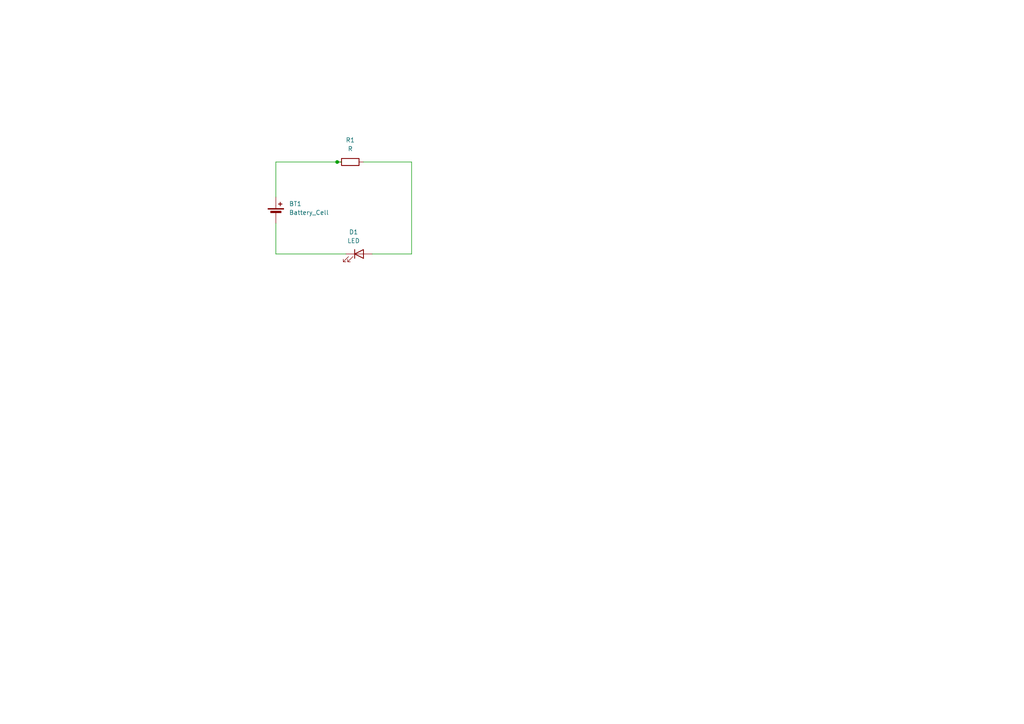
<source format=kicad_sch>
(kicad_sch (version 20231120) (generator "eeschema") (generator_version "8.0")
  (paper "A4")
  (title_block (title "LED Intro Project Sch") (date "2024-10-08") (rev "1.0"))
  (lib_symbols
    (symbol "Device:Battery_Cell" (pin_numbers hide) (pin_names (offset 0) hide)
      (property "Reference" "BT" (at 2.54 2.54 0))
      (property "Value" "Battery_Cell" (at 2.54 0 0))
      (symbol "Battery_Cell_0_1"
        (rectangle (start -2.286 1.778) (end 2.286 1.524) (fill (type outline)))
        (rectangle (start -1.524 1.016) (end 1.524 0.508) (fill (type outline)))
        (polyline (pts (xy 0 0.762) (xy 0 0)))
        (polyline (pts (xy 0 1.778) (xy 0 2.54)))
        (polyline (pts (xy 0.762 3.048) (xy 1.778 3.048)) (stroke (width 0.254)))
        (polyline (pts (xy 1.27 3.556) (xy 1.27 2.54)) (stroke (width 0.254)))
      )
      (symbol "Battery_Cell_1_1"
        (pin passive line (at 0 5.08 270) (length 2.54) (name "+") (number "1"))
        (pin passive line (at 0 -2.54 90) (length 2.54) (name "-") (number "2"))
      )
    )
    (symbol "Device:LED" (pin_numbers hide) (pin_names (offset 1.016) hide)
      (property "Reference" "D" (at 0 2.54 0))
      (property "Value" "LED" (at 0 -2.54 0))
      (symbol "LED_0_1"
        (polyline (pts (xy -1.27 -1.27) (xy -1.27 1.27)) (stroke (width 0.254)))
        (polyline (pts (xy -1.27 0) (xy 1.27 0)))
        (polyline (pts (xy 1.27 -1.27) (xy 1.27 1.27) (xy -1.27 0) (xy 1.27 -1.27)) (stroke (width 0.254)))
        (polyline (pts (xy -3.048 -0.762) (xy -4.572 -2.286) (xy -3.81 -2.286) (xy -4.572 -2.286) (xy -4.572 -1.524)))
        (polyline (pts (xy -1.778 -0.762) (xy -3.302 -2.286) (xy -2.54 -2.286) (xy -3.302 -2.286) (xy -3.302 -1.524)))
      )
      (symbol "LED_1_1"
        (pin passive line (at -3.81 0 0) (length 2.54) (name "K") (number "1"))
        (pin passive line (at 3.81 0 180) (length 2.54) (name "A") (number "2"))
      )
    )
    (symbol "Device:R" (pin_numbers hide) (pin_names (offset 0))
      (property "Reference" "R" (at 2.032 0 90))
      (property "Value" "R" (at 0 0 90))
      (symbol "R_0_1"
        (rectangle (start -1.016 -2.54) (end 1.016 2.54) (stroke (width 0.254)))
      )
      (symbol "R_1_1"
        (pin passive line (at 0 3.81 270) (length 1.27) (name "~") (number "1"))
        (pin passive line (at 0 -3.81 90) (length 1.27) (name "~") (number "2"))
      )
    )
  )
  (junction (at 97.79 46.99))
  (wire (pts (xy 97.79 46.99) (xy 99.06 46.99)))
  (wire (pts (xy 80.01 64.77) (xy 80.01 73.66)))
  (wire (pts (xy 80.01 46.99) (xy 97.79 46.99)))
  (wire (pts (xy 105.41 46.99) (xy 119.38 46.99)))
  (wire (pts (xy 107.95 73.66) (xy 119.38 73.66)))
  (wire (pts (xy 119.38 46.99) (xy 119.38 73.66)))
  (wire (pts (xy 80.01 46.99) (xy 80.01 57.15)))
  (wire (pts (xy 100.33 73.66) (xy 80.01 73.66)))
  (symbol (lib_id "Device:R") (at 101.6 46.99 90) (unit 1)
    (property "Reference" "R1" (at 101.6 40.64 90))
    (property "Value" "R" (at 101.6 43.18 90))
    (property "Footprint" "Resistor_SMD:R_0805_2012Metric_Pad1.20x1.40mm_HandSolder" (effects (hide yes)))
    (property "Description" "Resistor" (effects (hide yes)))
  )
  (symbol (lib_id "Device:Battery_Cell") (at 80.01 62.23 0) (unit 1)
    (property "Reference" "BT1" (at 83.82 59.1184 0) (effects (justify left)))
    (property "Value" "Battery_Cell" (at 83.82 61.6584 0) (effects (justify left)))
    (property "Footprint" "Battery:BatteryHolder_Seiko_MS621F" (effects (hide yes)))
    (property "Description" "Single-cell battery" (effects (hide yes)))
  )
  (symbol (lib_id "Device:LED") (at 104.14 73.66 0) (unit 1)
    (property "Reference" "D1" (at 102.5525 67.31 0))
    (property "Value" "LED" (at 102.5525 69.85 0))
    (property "Footprint" "LED_SMD:LED_0805_2012Metric_Pad1.15x1.40mm_HandSolder" (effects (hide yes)))
    (property "Description" "Light emitting diode" (effects (hide yes)))
  )
)
</source>
